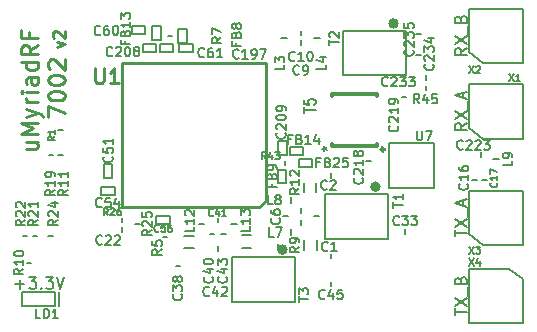
<source format=gto>
G04 (created by PCBNEW (2013-07-07 BZR 4022)-stable) date 19/11/2015 00:50:25*
%MOIN*%
G04 Gerber Fmt 3.4, Leading zero omitted, Abs format*
%FSLAX34Y34*%
G01*
G70*
G90*
G04 APERTURE LIST*
%ADD10C,0.00590551*%
%ADD11C,0.00787402*%
%ADD12C,0.00984252*%
%ADD13C,0.0077*%
%ADD14C,0.0079*%
%ADD15C,0.01*%
%ADD16C,0.011811*%
%ADD17C,0.0117*%
%ADD18C,0.019685*%
%ADD19C,0.0078*%
G04 APERTURE END LIST*
G54D10*
G54D11*
X63425Y-57253D02*
X63725Y-57253D01*
X63575Y-57403D02*
X63575Y-57103D01*
X63875Y-57009D02*
X64118Y-57009D01*
X63987Y-57159D01*
X64043Y-57159D01*
X64081Y-57178D01*
X64100Y-57197D01*
X64118Y-57234D01*
X64118Y-57328D01*
X64100Y-57365D01*
X64081Y-57384D01*
X64043Y-57403D01*
X63931Y-57403D01*
X63893Y-57384D01*
X63875Y-57365D01*
X64287Y-57365D02*
X64306Y-57384D01*
X64287Y-57403D01*
X64268Y-57384D01*
X64287Y-57365D01*
X64287Y-57403D01*
X64437Y-57009D02*
X64681Y-57009D01*
X64550Y-57159D01*
X64606Y-57159D01*
X64643Y-57178D01*
X64662Y-57197D01*
X64681Y-57234D01*
X64681Y-57328D01*
X64662Y-57365D01*
X64643Y-57384D01*
X64606Y-57403D01*
X64493Y-57403D01*
X64456Y-57384D01*
X64437Y-57365D01*
X64793Y-57009D02*
X64925Y-57403D01*
X65056Y-57009D01*
G54D12*
X64514Y-51679D02*
X64514Y-51312D01*
X65065Y-51548D01*
X64514Y-50997D02*
X64514Y-50944D01*
X64540Y-50892D01*
X64566Y-50866D01*
X64619Y-50839D01*
X64724Y-50813D01*
X64855Y-50813D01*
X64960Y-50839D01*
X65013Y-50866D01*
X65039Y-50892D01*
X65065Y-50944D01*
X65065Y-50997D01*
X65039Y-51049D01*
X65013Y-51076D01*
X64960Y-51102D01*
X64855Y-51128D01*
X64724Y-51128D01*
X64619Y-51102D01*
X64566Y-51076D01*
X64540Y-51049D01*
X64514Y-50997D01*
X64514Y-50472D02*
X64514Y-50419D01*
X64540Y-50367D01*
X64566Y-50341D01*
X64619Y-50314D01*
X64724Y-50288D01*
X64855Y-50288D01*
X64960Y-50314D01*
X65013Y-50341D01*
X65039Y-50367D01*
X65065Y-50419D01*
X65065Y-50472D01*
X65039Y-50524D01*
X65013Y-50551D01*
X64960Y-50577D01*
X64855Y-50603D01*
X64724Y-50603D01*
X64619Y-50577D01*
X64566Y-50551D01*
X64540Y-50524D01*
X64514Y-50472D01*
X64566Y-50078D02*
X64540Y-50052D01*
X64514Y-50000D01*
X64514Y-49868D01*
X64540Y-49816D01*
X64566Y-49790D01*
X64619Y-49763D01*
X64671Y-49763D01*
X64750Y-49790D01*
X65065Y-50104D01*
X65065Y-49763D01*
G54D11*
X78072Y-58284D02*
X78072Y-58059D01*
X78466Y-58172D02*
X78072Y-58172D01*
X78072Y-57965D02*
X78466Y-57703D01*
X78072Y-57703D02*
X78466Y-57965D01*
X78503Y-57647D02*
X78503Y-57347D01*
X78260Y-57122D02*
X78278Y-57065D01*
X78297Y-57047D01*
X78335Y-57028D01*
X78391Y-57028D01*
X78428Y-57047D01*
X78447Y-57065D01*
X78466Y-57103D01*
X78466Y-57253D01*
X78072Y-57253D01*
X78072Y-57122D01*
X78091Y-57084D01*
X78110Y-57065D01*
X78147Y-57047D01*
X78185Y-57047D01*
X78222Y-57065D01*
X78241Y-57084D01*
X78260Y-57122D01*
X78260Y-57253D01*
X78072Y-55658D02*
X78072Y-55433D01*
X78466Y-55545D02*
X78072Y-55545D01*
X78072Y-55339D02*
X78466Y-55076D01*
X78072Y-55076D02*
X78466Y-55339D01*
X78503Y-55020D02*
X78503Y-54720D01*
X78353Y-54645D02*
X78353Y-54458D01*
X78466Y-54683D02*
X78072Y-54551D01*
X78466Y-54420D01*
X78466Y-51880D02*
X78278Y-52011D01*
X78466Y-52105D02*
X78072Y-52105D01*
X78072Y-51955D01*
X78091Y-51917D01*
X78110Y-51899D01*
X78147Y-51880D01*
X78203Y-51880D01*
X78241Y-51899D01*
X78260Y-51917D01*
X78278Y-51955D01*
X78278Y-52105D01*
X78072Y-51749D02*
X78466Y-51486D01*
X78072Y-51486D02*
X78466Y-51749D01*
X78503Y-51430D02*
X78503Y-51130D01*
X78353Y-51055D02*
X78353Y-50868D01*
X78466Y-51092D02*
X78072Y-50961D01*
X78466Y-50830D01*
X78466Y-49388D02*
X78278Y-49520D01*
X78466Y-49613D02*
X78072Y-49613D01*
X78072Y-49463D01*
X78091Y-49426D01*
X78110Y-49407D01*
X78147Y-49388D01*
X78203Y-49388D01*
X78241Y-49407D01*
X78260Y-49426D01*
X78278Y-49463D01*
X78278Y-49613D01*
X78072Y-49257D02*
X78466Y-48995D01*
X78072Y-48995D02*
X78466Y-49257D01*
X78503Y-48938D02*
X78503Y-48638D01*
X78260Y-48413D02*
X78278Y-48357D01*
X78297Y-48338D01*
X78335Y-48320D01*
X78391Y-48320D01*
X78428Y-48338D01*
X78447Y-48357D01*
X78466Y-48395D01*
X78466Y-48545D01*
X78072Y-48545D01*
X78072Y-48413D01*
X78091Y-48376D01*
X78110Y-48357D01*
X78147Y-48338D01*
X78185Y-48338D01*
X78222Y-48357D01*
X78241Y-48376D01*
X78260Y-48413D01*
X78260Y-48545D01*
G54D12*
X64798Y-49356D02*
X65060Y-49262D01*
X64798Y-49168D01*
X64704Y-49037D02*
X64685Y-49018D01*
X64667Y-48981D01*
X64667Y-48887D01*
X64685Y-48849D01*
X64704Y-48831D01*
X64742Y-48812D01*
X64779Y-48812D01*
X64835Y-48831D01*
X65060Y-49056D01*
X65060Y-48812D01*
X63792Y-52506D02*
X64160Y-52506D01*
X63792Y-52742D02*
X64081Y-52742D01*
X64133Y-52716D01*
X64160Y-52664D01*
X64160Y-52585D01*
X64133Y-52532D01*
X64107Y-52506D01*
X64160Y-52244D02*
X63608Y-52244D01*
X64002Y-52060D01*
X63608Y-51876D01*
X64160Y-51876D01*
X63792Y-51666D02*
X64160Y-51535D01*
X63792Y-51404D02*
X64160Y-51535D01*
X64291Y-51587D01*
X64317Y-51614D01*
X64343Y-51666D01*
X64160Y-51194D02*
X63792Y-51194D01*
X63897Y-51194D02*
X63845Y-51167D01*
X63818Y-51141D01*
X63792Y-51089D01*
X63792Y-51036D01*
X64160Y-50853D02*
X63792Y-50853D01*
X63608Y-50853D02*
X63635Y-50879D01*
X63661Y-50853D01*
X63635Y-50826D01*
X63608Y-50853D01*
X63661Y-50853D01*
X64160Y-50354D02*
X63871Y-50354D01*
X63818Y-50380D01*
X63792Y-50433D01*
X63792Y-50538D01*
X63818Y-50590D01*
X64133Y-50354D02*
X64160Y-50406D01*
X64160Y-50538D01*
X64133Y-50590D01*
X64081Y-50616D01*
X64028Y-50616D01*
X63976Y-50590D01*
X63950Y-50538D01*
X63950Y-50406D01*
X63923Y-50354D01*
X64160Y-49855D02*
X63608Y-49855D01*
X64133Y-49855D02*
X64160Y-49908D01*
X64160Y-50013D01*
X64133Y-50065D01*
X64107Y-50091D01*
X64055Y-50118D01*
X63897Y-50118D01*
X63845Y-50091D01*
X63818Y-50065D01*
X63792Y-50013D01*
X63792Y-49908D01*
X63818Y-49855D01*
X64160Y-49278D02*
X63897Y-49461D01*
X64160Y-49593D02*
X63608Y-49593D01*
X63608Y-49383D01*
X63635Y-49330D01*
X63661Y-49304D01*
X63713Y-49278D01*
X63792Y-49278D01*
X63845Y-49304D01*
X63871Y-49330D01*
X63897Y-49383D01*
X63897Y-49593D01*
X63871Y-48858D02*
X63871Y-49041D01*
X64160Y-49041D02*
X63608Y-49041D01*
X63608Y-48779D01*
G54D11*
X80354Y-52401D02*
X79015Y-52401D01*
X79015Y-52401D02*
X78543Y-52047D01*
X80354Y-50944D02*
X80354Y-50590D01*
X80354Y-50590D02*
X80118Y-50590D01*
X78543Y-50590D02*
X78543Y-52047D01*
X80354Y-52401D02*
X80354Y-50944D01*
X80118Y-50590D02*
X78543Y-50590D01*
X80354Y-49881D02*
X79015Y-49881D01*
X79015Y-49881D02*
X78543Y-49527D01*
X80354Y-48425D02*
X80354Y-48070D01*
X80354Y-48070D02*
X80118Y-48070D01*
X78543Y-48070D02*
X78543Y-49527D01*
X80354Y-49881D02*
X80354Y-48425D01*
X80118Y-48070D02*
X78543Y-48070D01*
X78543Y-56732D02*
X79881Y-56732D01*
X79881Y-56732D02*
X80354Y-57086D01*
X78543Y-58188D02*
X78543Y-58543D01*
X78543Y-58543D02*
X78779Y-58543D01*
X80354Y-58543D02*
X80354Y-57086D01*
X78543Y-56732D02*
X78543Y-58188D01*
X78779Y-58543D02*
X80354Y-58543D01*
X80354Y-55944D02*
X79015Y-55944D01*
X79015Y-55944D02*
X78543Y-55590D01*
X80354Y-54488D02*
X80354Y-54133D01*
X80354Y-54133D02*
X80118Y-54133D01*
X78543Y-54133D02*
X78543Y-55590D01*
X80354Y-55944D02*
X80354Y-54488D01*
X80118Y-54133D02*
X78543Y-54133D01*
G54D13*
X66988Y-55196D02*
X66988Y-55040D01*
G54D14*
X69369Y-55639D02*
X69055Y-55639D01*
X69369Y-56063D02*
X69055Y-56063D01*
X70965Y-56053D02*
X71279Y-56053D01*
X70965Y-55629D02*
X71279Y-55629D01*
G54D15*
X71783Y-54484D02*
X71783Y-49877D01*
X71783Y-49877D02*
X66980Y-49877D01*
X66980Y-49877D02*
X66980Y-54681D01*
X66980Y-54681D02*
X71547Y-54681D01*
X71547Y-54681D02*
X71783Y-54484D01*
G54D10*
X66377Y-53710D02*
X66653Y-53710D01*
X66653Y-53710D02*
X66653Y-53257D01*
X66653Y-53257D02*
X66377Y-53257D01*
X66377Y-53257D02*
X66377Y-53710D01*
X66289Y-54015D02*
X66289Y-54291D01*
X66289Y-54291D02*
X66742Y-54291D01*
X66742Y-54291D02*
X66742Y-54015D01*
X66742Y-54015D02*
X66289Y-54015D01*
X68238Y-49251D02*
X68238Y-49527D01*
X68238Y-49527D02*
X68690Y-49527D01*
X68690Y-49527D02*
X68690Y-49251D01*
X68690Y-49251D02*
X68238Y-49251D01*
X68572Y-55255D02*
X68572Y-54980D01*
X68572Y-54980D02*
X68120Y-54980D01*
X68120Y-54980D02*
X68120Y-55255D01*
X68120Y-55255D02*
X68572Y-55255D01*
X67293Y-48641D02*
X67293Y-48917D01*
X67293Y-48917D02*
X67746Y-48917D01*
X67746Y-48917D02*
X67746Y-48641D01*
X67746Y-48641D02*
X67293Y-48641D01*
X72165Y-53887D02*
X72440Y-53887D01*
X72440Y-53887D02*
X72440Y-53435D01*
X72440Y-53435D02*
X72165Y-53435D01*
X72165Y-53435D02*
X72165Y-53887D01*
X67992Y-49104D02*
X68267Y-49104D01*
X68267Y-49104D02*
X68267Y-48651D01*
X68267Y-48651D02*
X67992Y-48651D01*
X67992Y-48651D02*
X67992Y-49104D01*
X73021Y-52952D02*
X73021Y-52677D01*
X73021Y-52677D02*
X72568Y-52677D01*
X72568Y-52677D02*
X72568Y-52952D01*
X72568Y-52952D02*
X73021Y-52952D01*
X72460Y-52490D02*
X72185Y-52490D01*
X72185Y-52490D02*
X72185Y-52942D01*
X72185Y-52942D02*
X72460Y-52942D01*
X72460Y-52942D02*
X72460Y-52490D01*
X68120Y-49527D02*
X68120Y-49251D01*
X68120Y-49251D02*
X67667Y-49251D01*
X67667Y-49251D02*
X67667Y-49527D01*
X67667Y-49527D02*
X68120Y-49527D01*
X68858Y-49202D02*
X69133Y-49202D01*
X69133Y-49202D02*
X69133Y-48750D01*
X69133Y-48750D02*
X68858Y-48750D01*
X68858Y-48750D02*
X68858Y-49202D01*
X68887Y-49251D02*
X68887Y-49527D01*
X68887Y-49527D02*
X69340Y-49527D01*
X69340Y-49527D02*
X69340Y-49251D01*
X69340Y-49251D02*
X68887Y-49251D01*
X73316Y-53346D02*
X73316Y-53070D01*
X73316Y-53070D02*
X72864Y-53070D01*
X72864Y-53070D02*
X72864Y-53346D01*
X72864Y-53346D02*
X73316Y-53346D01*
G54D14*
X73455Y-54192D02*
X73455Y-53878D01*
X73031Y-54192D02*
X73031Y-53878D01*
X73041Y-55787D02*
X73041Y-56101D01*
X73465Y-55787D02*
X73465Y-56101D01*
G54D13*
X76792Y-48897D02*
X76948Y-48897D01*
X76948Y-49625D02*
X76792Y-49625D01*
X78937Y-52855D02*
X78937Y-53011D01*
X75274Y-53149D02*
X75118Y-53149D01*
X76455Y-51023D02*
X76299Y-51023D01*
X72942Y-54715D02*
X72942Y-54871D01*
X76417Y-55414D02*
X76417Y-55570D01*
G54D10*
X68523Y-48976D02*
X68641Y-48976D01*
G54D13*
X64843Y-52933D02*
X64999Y-52933D01*
G54D10*
X68464Y-55688D02*
X68346Y-55688D01*
G54D13*
X67578Y-55255D02*
X67422Y-55255D01*
X73937Y-53563D02*
X73937Y-53719D01*
X72353Y-54990D02*
X72509Y-54990D01*
X73376Y-54990D02*
X73532Y-54990D01*
X73937Y-56240D02*
X73937Y-56396D01*
X72942Y-55109D02*
X72942Y-55265D01*
X66988Y-55511D02*
X66988Y-55355D01*
X70432Y-55590D02*
X70276Y-55590D01*
X70058Y-55590D02*
X69902Y-55590D01*
X70167Y-55984D02*
X70167Y-56140D01*
X70167Y-55040D02*
X70167Y-55196D01*
X73937Y-57166D02*
X73937Y-57322D01*
X72185Y-55906D02*
X72185Y-56062D01*
X68916Y-56633D02*
X68760Y-56633D01*
G54D10*
X72421Y-53149D02*
X72421Y-53267D01*
G54D13*
X70610Y-55236D02*
X70806Y-55236D01*
X72608Y-55619D02*
X72608Y-55423D01*
X72608Y-54556D02*
X72608Y-54360D01*
X69527Y-55236D02*
X69723Y-55236D01*
X77106Y-50276D02*
X77106Y-50432D01*
G54D16*
X75724Y-52755D02*
G75*
G03X75724Y-52755I-55J0D01*
G74*
G01*
G54D11*
X75866Y-52559D02*
X75866Y-54055D01*
X75866Y-54055D02*
X77362Y-54055D01*
X77362Y-54055D02*
X77362Y-52559D01*
X77362Y-52559D02*
X75866Y-52559D01*
G54D13*
X77106Y-50630D02*
X77106Y-50786D01*
G54D17*
X75460Y-52648D02*
X75460Y-52586D01*
X73960Y-52586D02*
X73960Y-52648D01*
X73960Y-50914D02*
X73960Y-50992D01*
X73960Y-50914D02*
X75460Y-50914D01*
X75460Y-50914D02*
X75460Y-50992D01*
X73960Y-52648D02*
X75460Y-52648D01*
G54D13*
X64999Y-52106D02*
X64843Y-52106D01*
X64528Y-52933D02*
X64684Y-52933D01*
X64508Y-55649D02*
X64664Y-55649D01*
X63996Y-55649D02*
X64152Y-55649D01*
X63662Y-55649D02*
X63818Y-55649D01*
X63955Y-56535D02*
X63799Y-56535D01*
G54D11*
X64862Y-57519D02*
X64862Y-57992D01*
X63641Y-57519D02*
X63641Y-57992D01*
X63641Y-57992D02*
X64744Y-57992D01*
X64744Y-57992D02*
X64744Y-57519D01*
X64744Y-57519D02*
X63641Y-57519D01*
G54D18*
X75501Y-54005D02*
G75*
G03X75501Y-54005I-78J0D01*
G74*
G01*
G54D11*
X75856Y-55738D02*
X73730Y-55738D01*
X75856Y-54242D02*
X73730Y-54242D01*
X75856Y-54242D02*
X75856Y-55738D01*
X73730Y-55738D02*
X73730Y-54242D01*
G54D18*
X72401Y-56102D02*
G75*
G03X72401Y-56102I-78J0D01*
G74*
G01*
G54D11*
X72755Y-57834D02*
X70629Y-57834D01*
X72755Y-56338D02*
X70629Y-56338D01*
X72755Y-56338D02*
X72755Y-57834D01*
X70629Y-57834D02*
X70629Y-56338D01*
G54D18*
X76102Y-48562D02*
G75*
G03X76102Y-48562I-78J0D01*
G74*
G01*
G54D11*
X76456Y-50295D02*
X74330Y-50295D01*
X76456Y-48799D02*
X74330Y-48799D01*
X76456Y-48799D02*
X76456Y-50295D01*
X74330Y-50295D02*
X74330Y-48799D01*
G54D13*
X72933Y-49114D02*
X72933Y-49270D01*
X72933Y-48799D02*
X72933Y-48955D01*
X72283Y-49035D02*
X72479Y-49035D01*
X73386Y-49035D02*
X73582Y-49035D01*
X79133Y-53779D02*
X78977Y-53779D01*
X78798Y-53779D02*
X78642Y-53779D01*
X79350Y-53090D02*
X79546Y-53090D01*
G54D10*
X79887Y-50253D02*
X80044Y-50489D01*
X80044Y-50253D02*
X79887Y-50489D01*
X80258Y-50489D02*
X80123Y-50489D01*
X80191Y-50489D02*
X80191Y-50253D01*
X80168Y-50286D01*
X80146Y-50309D01*
X80123Y-50320D01*
X78548Y-49977D02*
X78706Y-50213D01*
X78706Y-49977D02*
X78548Y-50213D01*
X78785Y-50000D02*
X78796Y-49988D01*
X78818Y-49977D01*
X78875Y-49977D01*
X78897Y-49988D01*
X78908Y-50000D01*
X78920Y-50022D01*
X78920Y-50044D01*
X78908Y-50078D01*
X78773Y-50213D01*
X78920Y-50213D01*
X78548Y-56394D02*
X78706Y-56631D01*
X78706Y-56394D02*
X78548Y-56631D01*
X78897Y-56473D02*
X78897Y-56631D01*
X78841Y-56383D02*
X78785Y-56552D01*
X78931Y-56552D01*
X78548Y-56001D02*
X78706Y-56237D01*
X78706Y-56001D02*
X78548Y-56237D01*
X78773Y-56001D02*
X78920Y-56001D01*
X78841Y-56091D01*
X78875Y-56091D01*
X78897Y-56102D01*
X78908Y-56113D01*
X78920Y-56136D01*
X78920Y-56192D01*
X78908Y-56214D01*
X78897Y-56226D01*
X78875Y-56237D01*
X78807Y-56237D01*
X78785Y-56226D01*
X78773Y-56214D01*
X66501Y-54957D02*
X66422Y-54845D01*
X66366Y-54957D02*
X66366Y-54721D01*
X66456Y-54721D01*
X66479Y-54732D01*
X66490Y-54744D01*
X66501Y-54766D01*
X66501Y-54800D01*
X66490Y-54822D01*
X66479Y-54834D01*
X66456Y-54845D01*
X66366Y-54845D01*
X66591Y-54744D02*
X66602Y-54732D01*
X66625Y-54721D01*
X66681Y-54721D01*
X66704Y-54732D01*
X66715Y-54744D01*
X66726Y-54766D01*
X66726Y-54789D01*
X66715Y-54822D01*
X66580Y-54957D01*
X66726Y-54957D01*
X66929Y-54721D02*
X66884Y-54721D01*
X66861Y-54732D01*
X66850Y-54744D01*
X66827Y-54777D01*
X66816Y-54822D01*
X66816Y-54912D01*
X66827Y-54935D01*
X66839Y-54946D01*
X66861Y-54957D01*
X66906Y-54957D01*
X66929Y-54946D01*
X66940Y-54935D01*
X66951Y-54912D01*
X66951Y-54856D01*
X66940Y-54834D01*
X66929Y-54822D01*
X66906Y-54811D01*
X66861Y-54811D01*
X66839Y-54822D01*
X66827Y-54834D01*
X66816Y-54856D01*
G54D15*
X66075Y-50056D02*
X66075Y-50461D01*
X66099Y-50509D01*
X66123Y-50532D01*
X66170Y-50556D01*
X66266Y-50556D01*
X66313Y-50532D01*
X66337Y-50509D01*
X66361Y-50461D01*
X66361Y-50056D01*
X66861Y-50556D02*
X66575Y-50556D01*
X66718Y-50556D02*
X66718Y-50056D01*
X66670Y-50128D01*
X66623Y-50175D01*
X66575Y-50199D01*
G54D11*
X66632Y-52997D02*
X66647Y-53012D01*
X66662Y-53057D01*
X66662Y-53087D01*
X66647Y-53132D01*
X66617Y-53162D01*
X66587Y-53177D01*
X66527Y-53192D01*
X66482Y-53192D01*
X66422Y-53177D01*
X66392Y-53162D01*
X66362Y-53132D01*
X66347Y-53087D01*
X66347Y-53057D01*
X66362Y-53012D01*
X66377Y-52997D01*
X66347Y-52712D02*
X66347Y-52862D01*
X66497Y-52877D01*
X66482Y-52862D01*
X66467Y-52832D01*
X66467Y-52757D01*
X66482Y-52727D01*
X66497Y-52712D01*
X66527Y-52697D01*
X66602Y-52697D01*
X66632Y-52712D01*
X66647Y-52727D01*
X66662Y-52757D01*
X66662Y-52832D01*
X66647Y-52862D01*
X66632Y-52877D01*
X66662Y-52397D02*
X66662Y-52577D01*
X66662Y-52487D02*
X66347Y-52487D01*
X66392Y-52517D01*
X66422Y-52547D01*
X66437Y-52577D01*
X66293Y-54664D02*
X66278Y-54679D01*
X66233Y-54694D01*
X66203Y-54694D01*
X66158Y-54679D01*
X66128Y-54649D01*
X66113Y-54619D01*
X66098Y-54559D01*
X66098Y-54514D01*
X66113Y-54454D01*
X66128Y-54424D01*
X66158Y-54394D01*
X66203Y-54379D01*
X66233Y-54379D01*
X66278Y-54394D01*
X66293Y-54409D01*
X66578Y-54379D02*
X66428Y-54379D01*
X66413Y-54529D01*
X66428Y-54514D01*
X66458Y-54499D01*
X66533Y-54499D01*
X66563Y-54514D01*
X66578Y-54529D01*
X66593Y-54559D01*
X66593Y-54634D01*
X66578Y-54664D01*
X66563Y-54679D01*
X66533Y-54694D01*
X66458Y-54694D01*
X66428Y-54679D01*
X66413Y-54664D01*
X66863Y-54484D02*
X66863Y-54694D01*
X66788Y-54364D02*
X66713Y-54589D01*
X66908Y-54589D01*
X69718Y-49664D02*
X69703Y-49679D01*
X69658Y-49694D01*
X69628Y-49694D01*
X69583Y-49679D01*
X69553Y-49649D01*
X69538Y-49619D01*
X69523Y-49559D01*
X69523Y-49514D01*
X69538Y-49454D01*
X69553Y-49424D01*
X69583Y-49394D01*
X69628Y-49379D01*
X69658Y-49379D01*
X69703Y-49394D01*
X69718Y-49409D01*
X69988Y-49379D02*
X69928Y-49379D01*
X69898Y-49394D01*
X69883Y-49409D01*
X69853Y-49454D01*
X69838Y-49514D01*
X69838Y-49634D01*
X69853Y-49664D01*
X69868Y-49679D01*
X69898Y-49694D01*
X69958Y-49694D01*
X69988Y-49679D01*
X70003Y-49664D01*
X70018Y-49634D01*
X70018Y-49559D01*
X70003Y-49529D01*
X69988Y-49514D01*
X69958Y-49499D01*
X69898Y-49499D01*
X69868Y-49514D01*
X69853Y-49529D01*
X69838Y-49559D01*
X70318Y-49694D02*
X70138Y-49694D01*
X70228Y-49694D02*
X70228Y-49379D01*
X70198Y-49424D01*
X70168Y-49454D01*
X70138Y-49469D01*
G54D10*
X68194Y-55486D02*
X68183Y-55497D01*
X68149Y-55508D01*
X68127Y-55508D01*
X68093Y-55497D01*
X68070Y-55475D01*
X68059Y-55452D01*
X68048Y-55407D01*
X68048Y-55374D01*
X68059Y-55329D01*
X68070Y-55306D01*
X68093Y-55284D01*
X68127Y-55272D01*
X68149Y-55272D01*
X68183Y-55284D01*
X68194Y-55295D01*
X68408Y-55272D02*
X68295Y-55272D01*
X68284Y-55385D01*
X68295Y-55374D01*
X68318Y-55362D01*
X68374Y-55362D01*
X68397Y-55374D01*
X68408Y-55385D01*
X68419Y-55407D01*
X68419Y-55464D01*
X68408Y-55486D01*
X68397Y-55497D01*
X68374Y-55508D01*
X68318Y-55508D01*
X68295Y-55497D01*
X68284Y-55486D01*
X68622Y-55272D02*
X68577Y-55272D01*
X68554Y-55284D01*
X68543Y-55295D01*
X68520Y-55329D01*
X68509Y-55374D01*
X68509Y-55464D01*
X68520Y-55486D01*
X68532Y-55497D01*
X68554Y-55508D01*
X68599Y-55508D01*
X68622Y-55497D01*
X68633Y-55486D01*
X68644Y-55464D01*
X68644Y-55407D01*
X68633Y-55385D01*
X68622Y-55374D01*
X68599Y-55362D01*
X68554Y-55362D01*
X68532Y-55374D01*
X68520Y-55385D01*
X68509Y-55407D01*
G54D11*
X66254Y-48916D02*
X66239Y-48931D01*
X66194Y-48946D01*
X66164Y-48946D01*
X66119Y-48931D01*
X66089Y-48901D01*
X66074Y-48871D01*
X66059Y-48811D01*
X66059Y-48766D01*
X66074Y-48706D01*
X66089Y-48676D01*
X66119Y-48646D01*
X66164Y-48631D01*
X66194Y-48631D01*
X66239Y-48646D01*
X66254Y-48661D01*
X66524Y-48631D02*
X66464Y-48631D01*
X66434Y-48646D01*
X66419Y-48661D01*
X66389Y-48706D01*
X66374Y-48766D01*
X66374Y-48886D01*
X66389Y-48916D01*
X66404Y-48931D01*
X66434Y-48946D01*
X66494Y-48946D01*
X66524Y-48931D01*
X66539Y-48916D01*
X66554Y-48886D01*
X66554Y-48811D01*
X66539Y-48781D01*
X66524Y-48766D01*
X66494Y-48751D01*
X66434Y-48751D01*
X66404Y-48766D01*
X66389Y-48781D01*
X66374Y-48811D01*
X66749Y-48631D02*
X66779Y-48631D01*
X66809Y-48646D01*
X66824Y-48661D01*
X66839Y-48691D01*
X66854Y-48751D01*
X66854Y-48826D01*
X66839Y-48886D01*
X66824Y-48916D01*
X66809Y-48931D01*
X66779Y-48946D01*
X66749Y-48946D01*
X66719Y-48931D01*
X66704Y-48916D01*
X66689Y-48886D01*
X66674Y-48826D01*
X66674Y-48751D01*
X66689Y-48691D01*
X66704Y-48661D01*
X66719Y-48646D01*
X66749Y-48631D01*
X71970Y-53923D02*
X71970Y-54028D01*
X72135Y-54028D02*
X71820Y-54028D01*
X71820Y-53878D01*
X71970Y-53653D02*
X71985Y-53608D01*
X72000Y-53593D01*
X72030Y-53578D01*
X72075Y-53578D01*
X72105Y-53593D01*
X72120Y-53608D01*
X72135Y-53638D01*
X72135Y-53758D01*
X71820Y-53758D01*
X71820Y-53653D01*
X71835Y-53623D01*
X71850Y-53608D01*
X71880Y-53593D01*
X71910Y-53593D01*
X71940Y-53608D01*
X71955Y-53623D01*
X71970Y-53653D01*
X71970Y-53758D01*
X72135Y-53428D02*
X72135Y-53368D01*
X72120Y-53338D01*
X72105Y-53323D01*
X72060Y-53293D01*
X72000Y-53278D01*
X71880Y-53278D01*
X71850Y-53293D01*
X71835Y-53308D01*
X71820Y-53338D01*
X71820Y-53398D01*
X71835Y-53428D01*
X71850Y-53443D01*
X71880Y-53458D01*
X71955Y-53458D01*
X71985Y-53443D01*
X72000Y-53428D01*
X72015Y-53398D01*
X72015Y-53338D01*
X72000Y-53308D01*
X71985Y-53293D01*
X71955Y-53278D01*
X67088Y-49152D02*
X67088Y-49257D01*
X67253Y-49257D02*
X66938Y-49257D01*
X66938Y-49107D01*
X67088Y-48882D02*
X67103Y-48837D01*
X67118Y-48822D01*
X67148Y-48807D01*
X67193Y-48807D01*
X67223Y-48822D01*
X67238Y-48837D01*
X67253Y-48867D01*
X67253Y-48987D01*
X66938Y-48987D01*
X66938Y-48882D01*
X66953Y-48852D01*
X66968Y-48837D01*
X66998Y-48822D01*
X67028Y-48822D01*
X67058Y-48837D01*
X67073Y-48852D01*
X67088Y-48882D01*
X67088Y-48987D01*
X67253Y-48507D02*
X67253Y-48687D01*
X67253Y-48597D02*
X66938Y-48597D01*
X66983Y-48627D01*
X67013Y-48657D01*
X67028Y-48687D01*
X66938Y-48402D02*
X66938Y-48207D01*
X67058Y-48312D01*
X67058Y-48267D01*
X67073Y-48237D01*
X67088Y-48222D01*
X67118Y-48207D01*
X67193Y-48207D01*
X67223Y-48222D01*
X67238Y-48237D01*
X67253Y-48267D01*
X67253Y-48357D01*
X67238Y-48387D01*
X67223Y-48402D01*
X72619Y-52423D02*
X72514Y-52423D01*
X72514Y-52588D02*
X72514Y-52273D01*
X72664Y-52273D01*
X72889Y-52423D02*
X72934Y-52438D01*
X72949Y-52453D01*
X72964Y-52483D01*
X72964Y-52528D01*
X72949Y-52558D01*
X72934Y-52573D01*
X72904Y-52588D01*
X72784Y-52588D01*
X72784Y-52273D01*
X72889Y-52273D01*
X72919Y-52288D01*
X72934Y-52303D01*
X72949Y-52333D01*
X72949Y-52363D01*
X72934Y-52393D01*
X72919Y-52408D01*
X72889Y-52423D01*
X72784Y-52423D01*
X73263Y-52588D02*
X73083Y-52588D01*
X73173Y-52588D02*
X73173Y-52273D01*
X73143Y-52318D01*
X73113Y-52348D01*
X73083Y-52363D01*
X73533Y-52378D02*
X73533Y-52588D01*
X73458Y-52258D02*
X73383Y-52483D01*
X73578Y-52483D01*
X72400Y-52202D02*
X72415Y-52217D01*
X72430Y-52262D01*
X72430Y-52292D01*
X72415Y-52337D01*
X72385Y-52367D01*
X72355Y-52382D01*
X72295Y-52397D01*
X72250Y-52397D01*
X72190Y-52382D01*
X72160Y-52367D01*
X72130Y-52337D01*
X72115Y-52292D01*
X72115Y-52262D01*
X72130Y-52217D01*
X72145Y-52202D01*
X72145Y-52082D02*
X72130Y-52067D01*
X72115Y-52037D01*
X72115Y-51962D01*
X72130Y-51932D01*
X72145Y-51917D01*
X72175Y-51902D01*
X72205Y-51902D01*
X72250Y-51917D01*
X72430Y-52097D01*
X72430Y-51902D01*
X72115Y-51707D02*
X72115Y-51677D01*
X72130Y-51647D01*
X72145Y-51632D01*
X72175Y-51617D01*
X72235Y-51602D01*
X72310Y-51602D01*
X72370Y-51617D01*
X72400Y-51632D01*
X72415Y-51647D01*
X72430Y-51677D01*
X72430Y-51707D01*
X72415Y-51737D01*
X72400Y-51752D01*
X72370Y-51767D01*
X72310Y-51782D01*
X72235Y-51782D01*
X72175Y-51767D01*
X72145Y-51752D01*
X72130Y-51737D01*
X72115Y-51707D01*
X72430Y-51452D02*
X72430Y-51392D01*
X72415Y-51362D01*
X72400Y-51347D01*
X72355Y-51317D01*
X72295Y-51302D01*
X72175Y-51302D01*
X72145Y-51317D01*
X72130Y-51332D01*
X72115Y-51362D01*
X72115Y-51422D01*
X72130Y-51452D01*
X72145Y-51467D01*
X72175Y-51482D01*
X72250Y-51482D01*
X72280Y-51467D01*
X72295Y-51452D01*
X72310Y-51422D01*
X72310Y-51362D01*
X72295Y-51332D01*
X72280Y-51317D01*
X72250Y-51302D01*
X66655Y-49625D02*
X66640Y-49640D01*
X66595Y-49655D01*
X66565Y-49655D01*
X66520Y-49640D01*
X66490Y-49610D01*
X66475Y-49580D01*
X66460Y-49520D01*
X66460Y-49475D01*
X66475Y-49415D01*
X66490Y-49385D01*
X66520Y-49355D01*
X66565Y-49340D01*
X66595Y-49340D01*
X66640Y-49355D01*
X66655Y-49370D01*
X66775Y-49370D02*
X66790Y-49355D01*
X66820Y-49340D01*
X66895Y-49340D01*
X66925Y-49355D01*
X66940Y-49370D01*
X66955Y-49400D01*
X66955Y-49430D01*
X66940Y-49475D01*
X66760Y-49655D01*
X66955Y-49655D01*
X67150Y-49340D02*
X67180Y-49340D01*
X67210Y-49355D01*
X67225Y-49370D01*
X67240Y-49400D01*
X67255Y-49460D01*
X67255Y-49535D01*
X67240Y-49595D01*
X67225Y-49625D01*
X67210Y-49640D01*
X67180Y-49655D01*
X67150Y-49655D01*
X67120Y-49640D01*
X67105Y-49625D01*
X67090Y-49595D01*
X67075Y-49535D01*
X67075Y-49460D01*
X67090Y-49400D01*
X67105Y-49370D01*
X67120Y-49355D01*
X67150Y-49340D01*
X67435Y-49475D02*
X67405Y-49460D01*
X67390Y-49445D01*
X67375Y-49415D01*
X67375Y-49400D01*
X67390Y-49370D01*
X67405Y-49355D01*
X67435Y-49340D01*
X67495Y-49340D01*
X67525Y-49355D01*
X67540Y-49370D01*
X67555Y-49400D01*
X67555Y-49415D01*
X67540Y-49445D01*
X67525Y-49460D01*
X67495Y-49475D01*
X67435Y-49475D01*
X67405Y-49490D01*
X67390Y-49505D01*
X67375Y-49535D01*
X67375Y-49595D01*
X67390Y-49625D01*
X67405Y-49640D01*
X67435Y-49655D01*
X67495Y-49655D01*
X67525Y-49640D01*
X67540Y-49625D01*
X67555Y-49595D01*
X67555Y-49535D01*
X67540Y-49505D01*
X67525Y-49490D01*
X67495Y-49475D01*
X70789Y-49199D02*
X70789Y-49304D01*
X70954Y-49304D02*
X70639Y-49304D01*
X70639Y-49154D01*
X70789Y-48929D02*
X70804Y-48884D01*
X70819Y-48869D01*
X70849Y-48854D01*
X70894Y-48854D01*
X70924Y-48869D01*
X70939Y-48884D01*
X70954Y-48914D01*
X70954Y-49034D01*
X70639Y-49034D01*
X70639Y-48929D01*
X70654Y-48899D01*
X70669Y-48884D01*
X70699Y-48869D01*
X70729Y-48869D01*
X70759Y-48884D01*
X70774Y-48899D01*
X70789Y-48929D01*
X70789Y-49034D01*
X70774Y-48674D02*
X70759Y-48704D01*
X70744Y-48719D01*
X70714Y-48734D01*
X70699Y-48734D01*
X70669Y-48719D01*
X70654Y-48704D01*
X70639Y-48674D01*
X70639Y-48614D01*
X70654Y-48584D01*
X70669Y-48569D01*
X70699Y-48554D01*
X70714Y-48554D01*
X70744Y-48569D01*
X70759Y-48584D01*
X70774Y-48614D01*
X70774Y-48674D01*
X70789Y-48704D01*
X70804Y-48719D01*
X70834Y-48734D01*
X70894Y-48734D01*
X70924Y-48719D01*
X70939Y-48704D01*
X70954Y-48674D01*
X70954Y-48614D01*
X70939Y-48584D01*
X70924Y-48569D01*
X70894Y-48554D01*
X70834Y-48554D01*
X70804Y-48569D01*
X70789Y-48584D01*
X70774Y-48614D01*
X70868Y-49703D02*
X70853Y-49718D01*
X70808Y-49733D01*
X70778Y-49733D01*
X70733Y-49718D01*
X70703Y-49688D01*
X70688Y-49658D01*
X70673Y-49598D01*
X70673Y-49553D01*
X70688Y-49493D01*
X70703Y-49463D01*
X70733Y-49433D01*
X70778Y-49418D01*
X70808Y-49418D01*
X70853Y-49433D01*
X70868Y-49448D01*
X71167Y-49733D02*
X70988Y-49733D01*
X71077Y-49733D02*
X71077Y-49418D01*
X71047Y-49463D01*
X71017Y-49493D01*
X70988Y-49508D01*
X71317Y-49733D02*
X71377Y-49733D01*
X71407Y-49718D01*
X71422Y-49703D01*
X71452Y-49658D01*
X71467Y-49598D01*
X71467Y-49478D01*
X71452Y-49448D01*
X71437Y-49433D01*
X71407Y-49418D01*
X71347Y-49418D01*
X71317Y-49433D01*
X71302Y-49448D01*
X71287Y-49478D01*
X71287Y-49553D01*
X71302Y-49583D01*
X71317Y-49598D01*
X71347Y-49613D01*
X71407Y-49613D01*
X71437Y-49598D01*
X71452Y-49583D01*
X71467Y-49553D01*
X71572Y-49418D02*
X71782Y-49418D01*
X71647Y-49733D01*
X73563Y-53190D02*
X73458Y-53190D01*
X73458Y-53355D02*
X73458Y-53040D01*
X73608Y-53040D01*
X73833Y-53190D02*
X73878Y-53205D01*
X73893Y-53220D01*
X73908Y-53250D01*
X73908Y-53295D01*
X73893Y-53325D01*
X73878Y-53340D01*
X73848Y-53355D01*
X73728Y-53355D01*
X73728Y-53040D01*
X73833Y-53040D01*
X73863Y-53055D01*
X73878Y-53070D01*
X73893Y-53100D01*
X73893Y-53130D01*
X73878Y-53160D01*
X73863Y-53175D01*
X73833Y-53190D01*
X73728Y-53190D01*
X74028Y-53070D02*
X74043Y-53055D01*
X74073Y-53040D01*
X74148Y-53040D01*
X74178Y-53055D01*
X74193Y-53070D01*
X74208Y-53100D01*
X74208Y-53130D01*
X74193Y-53175D01*
X74013Y-53355D01*
X74208Y-53355D01*
X74493Y-53040D02*
X74343Y-53040D01*
X74328Y-53190D01*
X74343Y-53175D01*
X74373Y-53160D01*
X74448Y-53160D01*
X74478Y-53175D01*
X74493Y-53190D01*
X74508Y-53220D01*
X74508Y-53295D01*
X74493Y-53325D01*
X74478Y-53340D01*
X74448Y-53355D01*
X74373Y-53355D01*
X74343Y-53340D01*
X74328Y-53325D01*
X72883Y-54060D02*
X72733Y-54165D01*
X72883Y-54240D02*
X72568Y-54240D01*
X72568Y-54120D01*
X72583Y-54090D01*
X72598Y-54075D01*
X72628Y-54060D01*
X72673Y-54060D01*
X72703Y-54075D01*
X72718Y-54090D01*
X72733Y-54120D01*
X72733Y-54240D01*
X72883Y-53760D02*
X72883Y-53940D01*
X72883Y-53850D02*
X72568Y-53850D01*
X72613Y-53880D01*
X72643Y-53910D01*
X72658Y-53940D01*
X72598Y-53640D02*
X72583Y-53625D01*
X72568Y-53595D01*
X72568Y-53520D01*
X72583Y-53490D01*
X72598Y-53475D01*
X72628Y-53460D01*
X72658Y-53460D01*
X72703Y-53475D01*
X72883Y-53655D01*
X72883Y-53460D01*
X72883Y-56007D02*
X72733Y-56112D01*
X72883Y-56187D02*
X72568Y-56187D01*
X72568Y-56067D01*
X72583Y-56037D01*
X72598Y-56022D01*
X72628Y-56007D01*
X72673Y-56007D01*
X72703Y-56022D01*
X72718Y-56037D01*
X72733Y-56067D01*
X72733Y-56187D01*
X72883Y-55857D02*
X72883Y-55797D01*
X72868Y-55767D01*
X72853Y-55752D01*
X72808Y-55722D01*
X72748Y-55707D01*
X72628Y-55707D01*
X72598Y-55722D01*
X72583Y-55737D01*
X72568Y-55767D01*
X72568Y-55827D01*
X72583Y-55857D01*
X72598Y-55872D01*
X72628Y-55887D01*
X72703Y-55887D01*
X72733Y-55872D01*
X72748Y-55857D01*
X72763Y-55827D01*
X72763Y-55767D01*
X72748Y-55737D01*
X72733Y-55722D01*
X72703Y-55707D01*
X76672Y-49446D02*
X76687Y-49461D01*
X76702Y-49506D01*
X76702Y-49536D01*
X76687Y-49581D01*
X76657Y-49611D01*
X76627Y-49626D01*
X76567Y-49641D01*
X76522Y-49641D01*
X76462Y-49626D01*
X76432Y-49611D01*
X76402Y-49581D01*
X76387Y-49536D01*
X76387Y-49506D01*
X76402Y-49461D01*
X76417Y-49446D01*
X76417Y-49326D02*
X76402Y-49311D01*
X76387Y-49281D01*
X76387Y-49206D01*
X76402Y-49176D01*
X76417Y-49161D01*
X76447Y-49146D01*
X76477Y-49146D01*
X76522Y-49161D01*
X76702Y-49341D01*
X76702Y-49146D01*
X76387Y-49041D02*
X76387Y-48847D01*
X76507Y-48952D01*
X76507Y-48907D01*
X76522Y-48877D01*
X76537Y-48862D01*
X76567Y-48847D01*
X76642Y-48847D01*
X76672Y-48862D01*
X76687Y-48877D01*
X76702Y-48907D01*
X76702Y-48997D01*
X76687Y-49026D01*
X76672Y-49041D01*
X76387Y-48562D02*
X76387Y-48712D01*
X76537Y-48727D01*
X76522Y-48712D01*
X76507Y-48682D01*
X76507Y-48607D01*
X76522Y-48577D01*
X76537Y-48562D01*
X76567Y-48547D01*
X76642Y-48547D01*
X76672Y-48562D01*
X76687Y-48577D01*
X76702Y-48607D01*
X76702Y-48682D01*
X76687Y-48712D01*
X76672Y-48727D01*
X77341Y-49919D02*
X77356Y-49934D01*
X77371Y-49979D01*
X77371Y-50009D01*
X77356Y-50054D01*
X77326Y-50084D01*
X77296Y-50099D01*
X77236Y-50114D01*
X77191Y-50114D01*
X77131Y-50099D01*
X77101Y-50084D01*
X77071Y-50054D01*
X77056Y-50009D01*
X77056Y-49979D01*
X77071Y-49934D01*
X77086Y-49919D01*
X77086Y-49799D02*
X77071Y-49784D01*
X77056Y-49754D01*
X77056Y-49679D01*
X77071Y-49649D01*
X77086Y-49634D01*
X77116Y-49619D01*
X77146Y-49619D01*
X77191Y-49634D01*
X77371Y-49814D01*
X77371Y-49619D01*
X77056Y-49514D02*
X77056Y-49319D01*
X77176Y-49424D01*
X77176Y-49379D01*
X77191Y-49349D01*
X77206Y-49334D01*
X77236Y-49319D01*
X77311Y-49319D01*
X77341Y-49334D01*
X77356Y-49349D01*
X77371Y-49379D01*
X77371Y-49469D01*
X77356Y-49499D01*
X77341Y-49514D01*
X77161Y-49049D02*
X77371Y-49049D01*
X77041Y-49124D02*
X77266Y-49199D01*
X77266Y-49004D01*
X78328Y-52735D02*
X78313Y-52750D01*
X78268Y-52765D01*
X78238Y-52765D01*
X78193Y-52750D01*
X78163Y-52720D01*
X78148Y-52690D01*
X78133Y-52630D01*
X78133Y-52585D01*
X78148Y-52525D01*
X78163Y-52495D01*
X78193Y-52465D01*
X78238Y-52450D01*
X78268Y-52450D01*
X78313Y-52465D01*
X78328Y-52480D01*
X78448Y-52480D02*
X78463Y-52465D01*
X78493Y-52450D01*
X78568Y-52450D01*
X78598Y-52465D01*
X78613Y-52480D01*
X78628Y-52510D01*
X78628Y-52540D01*
X78613Y-52585D01*
X78433Y-52765D01*
X78628Y-52765D01*
X78748Y-52480D02*
X78763Y-52465D01*
X78793Y-52450D01*
X78868Y-52450D01*
X78898Y-52465D01*
X78913Y-52480D01*
X78928Y-52510D01*
X78928Y-52540D01*
X78913Y-52585D01*
X78733Y-52765D01*
X78928Y-52765D01*
X79033Y-52450D02*
X79228Y-52450D01*
X79123Y-52570D01*
X79168Y-52570D01*
X79198Y-52585D01*
X79213Y-52600D01*
X79228Y-52630D01*
X79228Y-52705D01*
X79213Y-52735D01*
X79198Y-52750D01*
X79168Y-52765D01*
X79078Y-52765D01*
X79048Y-52750D01*
X79033Y-52735D01*
X74979Y-53708D02*
X74994Y-53723D01*
X75009Y-53768D01*
X75009Y-53798D01*
X74994Y-53843D01*
X74964Y-53873D01*
X74934Y-53888D01*
X74874Y-53903D01*
X74829Y-53903D01*
X74769Y-53888D01*
X74739Y-53873D01*
X74709Y-53843D01*
X74694Y-53798D01*
X74694Y-53768D01*
X74709Y-53723D01*
X74724Y-53708D01*
X74724Y-53588D02*
X74709Y-53573D01*
X74694Y-53543D01*
X74694Y-53468D01*
X74709Y-53438D01*
X74724Y-53423D01*
X74754Y-53408D01*
X74784Y-53408D01*
X74829Y-53423D01*
X75009Y-53603D01*
X75009Y-53408D01*
X75009Y-53108D02*
X75009Y-53288D01*
X75009Y-53198D02*
X74694Y-53198D01*
X74739Y-53228D01*
X74769Y-53258D01*
X74784Y-53288D01*
X74829Y-52928D02*
X74814Y-52958D01*
X74799Y-52973D01*
X74769Y-52988D01*
X74754Y-52988D01*
X74724Y-52973D01*
X74709Y-52958D01*
X74694Y-52928D01*
X74694Y-52868D01*
X74709Y-52838D01*
X74724Y-52823D01*
X74754Y-52808D01*
X74769Y-52808D01*
X74799Y-52823D01*
X74814Y-52838D01*
X74829Y-52868D01*
X74829Y-52928D01*
X74844Y-52958D01*
X74859Y-52973D01*
X74889Y-52988D01*
X74949Y-52988D01*
X74979Y-52973D01*
X74994Y-52958D01*
X75009Y-52928D01*
X75009Y-52868D01*
X74994Y-52838D01*
X74979Y-52823D01*
X74949Y-52808D01*
X74889Y-52808D01*
X74859Y-52823D01*
X74844Y-52838D01*
X74829Y-52868D01*
X76160Y-51966D02*
X76175Y-51981D01*
X76190Y-52026D01*
X76190Y-52056D01*
X76175Y-52101D01*
X76145Y-52131D01*
X76115Y-52146D01*
X76055Y-52161D01*
X76010Y-52161D01*
X75950Y-52146D01*
X75920Y-52131D01*
X75890Y-52101D01*
X75875Y-52056D01*
X75875Y-52026D01*
X75890Y-51981D01*
X75905Y-51966D01*
X75905Y-51846D02*
X75890Y-51831D01*
X75875Y-51801D01*
X75875Y-51726D01*
X75890Y-51696D01*
X75905Y-51681D01*
X75935Y-51666D01*
X75965Y-51666D01*
X76010Y-51681D01*
X76190Y-51861D01*
X76190Y-51666D01*
X76190Y-51366D02*
X76190Y-51546D01*
X76190Y-51456D02*
X75875Y-51456D01*
X75920Y-51486D01*
X75950Y-51516D01*
X75965Y-51546D01*
X76190Y-51216D02*
X76190Y-51156D01*
X76175Y-51126D01*
X76160Y-51111D01*
X76115Y-51081D01*
X76055Y-51066D01*
X75935Y-51066D01*
X75905Y-51081D01*
X75890Y-51096D01*
X75875Y-51126D01*
X75875Y-51186D01*
X75890Y-51216D01*
X75905Y-51231D01*
X75935Y-51246D01*
X76010Y-51246D01*
X76040Y-51231D01*
X76055Y-51216D01*
X76070Y-51186D01*
X76070Y-51126D01*
X76055Y-51096D01*
X76040Y-51081D01*
X76010Y-51066D01*
X76214Y-55254D02*
X76199Y-55269D01*
X76154Y-55284D01*
X76124Y-55284D01*
X76079Y-55269D01*
X76049Y-55239D01*
X76034Y-55209D01*
X76019Y-55149D01*
X76019Y-55104D01*
X76034Y-55044D01*
X76049Y-55014D01*
X76079Y-54985D01*
X76124Y-54970D01*
X76154Y-54970D01*
X76199Y-54985D01*
X76214Y-55000D01*
X76319Y-54970D02*
X76514Y-54970D01*
X76409Y-55089D01*
X76454Y-55089D01*
X76484Y-55104D01*
X76499Y-55119D01*
X76514Y-55149D01*
X76514Y-55224D01*
X76499Y-55254D01*
X76484Y-55269D01*
X76454Y-55284D01*
X76364Y-55284D01*
X76334Y-55269D01*
X76319Y-55254D01*
X76619Y-54970D02*
X76814Y-54970D01*
X76709Y-55089D01*
X76754Y-55089D01*
X76784Y-55104D01*
X76799Y-55119D01*
X76814Y-55149D01*
X76814Y-55224D01*
X76799Y-55254D01*
X76784Y-55269D01*
X76754Y-55284D01*
X76664Y-55284D01*
X76634Y-55269D01*
X76619Y-55254D01*
X70284Y-49028D02*
X70134Y-49133D01*
X70284Y-49208D02*
X69970Y-49208D01*
X69970Y-49088D01*
X69985Y-49058D01*
X70000Y-49043D01*
X70029Y-49028D01*
X70074Y-49028D01*
X70104Y-49043D01*
X70119Y-49058D01*
X70134Y-49088D01*
X70134Y-49208D01*
X69970Y-48923D02*
X69970Y-48713D01*
X70284Y-48848D01*
X65166Y-54100D02*
X65016Y-54205D01*
X65166Y-54280D02*
X64851Y-54280D01*
X64851Y-54160D01*
X64866Y-54130D01*
X64881Y-54115D01*
X64911Y-54100D01*
X64956Y-54100D01*
X64986Y-54115D01*
X65001Y-54130D01*
X65016Y-54160D01*
X65016Y-54280D01*
X65166Y-53800D02*
X65166Y-53980D01*
X65166Y-53890D02*
X64851Y-53890D01*
X64896Y-53920D01*
X64926Y-53950D01*
X64941Y-53980D01*
X65166Y-53500D02*
X65166Y-53680D01*
X65166Y-53590D02*
X64851Y-53590D01*
X64896Y-53620D01*
X64926Y-53650D01*
X64941Y-53680D01*
X68296Y-56095D02*
X68146Y-56200D01*
X68296Y-56275D02*
X67981Y-56275D01*
X67981Y-56155D01*
X67996Y-56125D01*
X68011Y-56110D01*
X68041Y-56095D01*
X68086Y-56095D01*
X68116Y-56110D01*
X68131Y-56125D01*
X68146Y-56155D01*
X68146Y-56275D01*
X67981Y-55810D02*
X67981Y-55960D01*
X68131Y-55975D01*
X68116Y-55960D01*
X68101Y-55930D01*
X68101Y-55855D01*
X68116Y-55825D01*
X68131Y-55810D01*
X68161Y-55795D01*
X68236Y-55795D01*
X68266Y-55810D01*
X68281Y-55825D01*
X68296Y-55855D01*
X68296Y-55930D01*
X68281Y-55960D01*
X68266Y-55975D01*
X67962Y-55438D02*
X67812Y-55543D01*
X67962Y-55618D02*
X67647Y-55618D01*
X67647Y-55498D01*
X67662Y-55468D01*
X67677Y-55453D01*
X67707Y-55438D01*
X67752Y-55438D01*
X67782Y-55453D01*
X67797Y-55468D01*
X67812Y-55498D01*
X67812Y-55618D01*
X67677Y-55318D02*
X67662Y-55303D01*
X67647Y-55273D01*
X67647Y-55198D01*
X67662Y-55168D01*
X67677Y-55153D01*
X67707Y-55138D01*
X67737Y-55138D01*
X67782Y-55153D01*
X67962Y-55333D01*
X67962Y-55138D01*
X67647Y-54853D02*
X67647Y-55003D01*
X67797Y-55018D01*
X67782Y-55003D01*
X67767Y-54973D01*
X67767Y-54898D01*
X67782Y-54868D01*
X67797Y-54853D01*
X67827Y-54838D01*
X67902Y-54838D01*
X67932Y-54853D01*
X67947Y-54868D01*
X67962Y-54898D01*
X67962Y-54973D01*
X67947Y-55003D01*
X67932Y-55018D01*
X73805Y-54073D02*
X73790Y-54088D01*
X73745Y-54103D01*
X73715Y-54103D01*
X73670Y-54088D01*
X73640Y-54058D01*
X73625Y-54028D01*
X73610Y-53968D01*
X73610Y-53923D01*
X73625Y-53863D01*
X73640Y-53833D01*
X73670Y-53803D01*
X73715Y-53788D01*
X73745Y-53788D01*
X73790Y-53803D01*
X73805Y-53818D01*
X73925Y-53818D02*
X73940Y-53803D01*
X73970Y-53788D01*
X74045Y-53788D01*
X74075Y-53803D01*
X74090Y-53818D01*
X74105Y-53848D01*
X74105Y-53878D01*
X74090Y-53923D01*
X73910Y-54103D01*
X74105Y-54103D01*
X72223Y-55052D02*
X72238Y-55067D01*
X72253Y-55112D01*
X72253Y-55142D01*
X72238Y-55187D01*
X72208Y-55217D01*
X72178Y-55232D01*
X72118Y-55247D01*
X72073Y-55247D01*
X72013Y-55232D01*
X71983Y-55217D01*
X71953Y-55187D01*
X71938Y-55142D01*
X71938Y-55112D01*
X71953Y-55067D01*
X71968Y-55052D01*
X71938Y-54782D02*
X71938Y-54842D01*
X71953Y-54872D01*
X71968Y-54887D01*
X72013Y-54917D01*
X72073Y-54932D01*
X72193Y-54932D01*
X72223Y-54917D01*
X72238Y-54902D01*
X72253Y-54872D01*
X72253Y-54812D01*
X72238Y-54782D01*
X72223Y-54767D01*
X72193Y-54752D01*
X72118Y-54752D01*
X72088Y-54767D01*
X72073Y-54782D01*
X72058Y-54812D01*
X72058Y-54872D01*
X72073Y-54902D01*
X72088Y-54917D01*
X72118Y-54932D01*
X73835Y-56121D02*
X73820Y-56136D01*
X73775Y-56151D01*
X73745Y-56151D01*
X73700Y-56136D01*
X73670Y-56106D01*
X73655Y-56076D01*
X73640Y-56016D01*
X73640Y-55971D01*
X73655Y-55911D01*
X73670Y-55881D01*
X73700Y-55851D01*
X73745Y-55836D01*
X73775Y-55836D01*
X73820Y-55851D01*
X73835Y-55866D01*
X74135Y-56151D02*
X73955Y-56151D01*
X74045Y-56151D02*
X74045Y-55836D01*
X74015Y-55881D01*
X73985Y-55911D01*
X73955Y-55926D01*
X66313Y-55904D02*
X66298Y-55919D01*
X66253Y-55934D01*
X66223Y-55934D01*
X66178Y-55919D01*
X66148Y-55889D01*
X66133Y-55859D01*
X66118Y-55799D01*
X66118Y-55754D01*
X66133Y-55694D01*
X66148Y-55664D01*
X66178Y-55634D01*
X66223Y-55619D01*
X66253Y-55619D01*
X66298Y-55634D01*
X66313Y-55649D01*
X66433Y-55649D02*
X66448Y-55634D01*
X66478Y-55619D01*
X66553Y-55619D01*
X66583Y-55634D01*
X66598Y-55649D01*
X66613Y-55679D01*
X66613Y-55709D01*
X66598Y-55754D01*
X66418Y-55934D01*
X66613Y-55934D01*
X66733Y-55649D02*
X66748Y-55634D01*
X66778Y-55619D01*
X66853Y-55619D01*
X66883Y-55634D01*
X66898Y-55649D01*
X66913Y-55679D01*
X66913Y-55709D01*
X66898Y-55754D01*
X66718Y-55934D01*
X66913Y-55934D01*
X70451Y-57013D02*
X70466Y-57028D01*
X70481Y-57073D01*
X70481Y-57103D01*
X70466Y-57148D01*
X70436Y-57178D01*
X70406Y-57193D01*
X70346Y-57208D01*
X70301Y-57208D01*
X70241Y-57193D01*
X70211Y-57178D01*
X70181Y-57148D01*
X70166Y-57103D01*
X70166Y-57073D01*
X70181Y-57028D01*
X70196Y-57013D01*
X70271Y-56743D02*
X70481Y-56743D01*
X70151Y-56818D02*
X70376Y-56893D01*
X70376Y-56698D01*
X70166Y-56608D02*
X70166Y-56413D01*
X70286Y-56518D01*
X70286Y-56473D01*
X70301Y-56443D01*
X70316Y-56428D01*
X70346Y-56413D01*
X70421Y-56413D01*
X70451Y-56428D01*
X70466Y-56443D01*
X70481Y-56473D01*
X70481Y-56563D01*
X70466Y-56593D01*
X70451Y-56608D01*
X69979Y-57013D02*
X69994Y-57028D01*
X70009Y-57073D01*
X70009Y-57103D01*
X69994Y-57148D01*
X69964Y-57178D01*
X69934Y-57193D01*
X69874Y-57208D01*
X69829Y-57208D01*
X69769Y-57193D01*
X69739Y-57178D01*
X69709Y-57148D01*
X69694Y-57103D01*
X69694Y-57073D01*
X69709Y-57028D01*
X69724Y-57013D01*
X69799Y-56743D02*
X70009Y-56743D01*
X69679Y-56818D02*
X69904Y-56893D01*
X69904Y-56698D01*
X69694Y-56518D02*
X69694Y-56488D01*
X69709Y-56458D01*
X69724Y-56443D01*
X69754Y-56428D01*
X69814Y-56413D01*
X69889Y-56413D01*
X69949Y-56428D01*
X69979Y-56443D01*
X69994Y-56458D01*
X70009Y-56488D01*
X70009Y-56518D01*
X69994Y-56548D01*
X69979Y-56563D01*
X69949Y-56578D01*
X69889Y-56593D01*
X69814Y-56593D01*
X69754Y-56578D01*
X69724Y-56563D01*
X69709Y-56548D01*
X69694Y-56518D01*
X69876Y-57617D02*
X69861Y-57632D01*
X69816Y-57647D01*
X69786Y-57647D01*
X69741Y-57632D01*
X69711Y-57602D01*
X69696Y-57572D01*
X69681Y-57512D01*
X69681Y-57467D01*
X69696Y-57407D01*
X69711Y-57377D01*
X69741Y-57347D01*
X69786Y-57332D01*
X69816Y-57332D01*
X69861Y-57347D01*
X69876Y-57362D01*
X70146Y-57437D02*
X70146Y-57647D01*
X70071Y-57317D02*
X69996Y-57542D01*
X70191Y-57542D01*
X70296Y-57362D02*
X70311Y-57347D01*
X70341Y-57332D01*
X70416Y-57332D01*
X70446Y-57347D01*
X70461Y-57362D01*
X70476Y-57392D01*
X70476Y-57422D01*
X70461Y-57467D01*
X70281Y-57647D01*
X70476Y-57647D01*
G54D10*
X70005Y-54955D02*
X69994Y-54966D01*
X69960Y-54977D01*
X69938Y-54977D01*
X69904Y-54966D01*
X69881Y-54943D01*
X69870Y-54921D01*
X69859Y-54876D01*
X69859Y-54842D01*
X69870Y-54797D01*
X69881Y-54775D01*
X69904Y-54752D01*
X69938Y-54741D01*
X69960Y-54741D01*
X69994Y-54752D01*
X70005Y-54763D01*
X70208Y-54820D02*
X70208Y-54977D01*
X70151Y-54730D02*
X70095Y-54898D01*
X70241Y-54898D01*
X70455Y-54977D02*
X70320Y-54977D01*
X70388Y-54977D02*
X70388Y-54741D01*
X70365Y-54775D01*
X70343Y-54797D01*
X70320Y-54808D01*
G54D11*
X73734Y-57715D02*
X73719Y-57730D01*
X73674Y-57745D01*
X73644Y-57745D01*
X73599Y-57730D01*
X73569Y-57700D01*
X73554Y-57670D01*
X73539Y-57610D01*
X73539Y-57565D01*
X73554Y-57505D01*
X73569Y-57475D01*
X73599Y-57445D01*
X73644Y-57430D01*
X73674Y-57430D01*
X73719Y-57445D01*
X73734Y-57460D01*
X74004Y-57535D02*
X74004Y-57745D01*
X73929Y-57415D02*
X73854Y-57640D01*
X74049Y-57640D01*
X74319Y-57430D02*
X74169Y-57430D01*
X74154Y-57580D01*
X74169Y-57565D01*
X74199Y-57550D01*
X74274Y-57550D01*
X74304Y-57565D01*
X74319Y-57580D01*
X74334Y-57610D01*
X74334Y-57685D01*
X74319Y-57715D01*
X74304Y-57730D01*
X74274Y-57745D01*
X74199Y-57745D01*
X74169Y-57730D01*
X74154Y-57715D01*
X68955Y-57584D02*
X68970Y-57599D01*
X68985Y-57644D01*
X68985Y-57674D01*
X68970Y-57719D01*
X68940Y-57749D01*
X68910Y-57764D01*
X68850Y-57779D01*
X68805Y-57779D01*
X68745Y-57764D01*
X68715Y-57749D01*
X68685Y-57719D01*
X68670Y-57674D01*
X68670Y-57644D01*
X68685Y-57599D01*
X68700Y-57584D01*
X68670Y-57479D02*
X68670Y-57284D01*
X68790Y-57389D01*
X68790Y-57344D01*
X68805Y-57314D01*
X68820Y-57299D01*
X68850Y-57284D01*
X68925Y-57284D01*
X68955Y-57299D01*
X68970Y-57314D01*
X68985Y-57344D01*
X68985Y-57434D01*
X68970Y-57464D01*
X68955Y-57479D01*
X68805Y-57104D02*
X68790Y-57134D01*
X68775Y-57149D01*
X68745Y-57164D01*
X68730Y-57164D01*
X68700Y-57149D01*
X68685Y-57134D01*
X68670Y-57104D01*
X68670Y-57044D01*
X68685Y-57014D01*
X68700Y-56999D01*
X68730Y-56984D01*
X68745Y-56984D01*
X68775Y-56999D01*
X68790Y-57014D01*
X68805Y-57044D01*
X68805Y-57104D01*
X68820Y-57134D01*
X68835Y-57149D01*
X68865Y-57164D01*
X68925Y-57164D01*
X68955Y-57149D01*
X68970Y-57134D01*
X68985Y-57104D01*
X68985Y-57044D01*
X68970Y-57014D01*
X68955Y-56999D01*
X68925Y-56984D01*
X68865Y-56984D01*
X68835Y-56999D01*
X68820Y-57014D01*
X68805Y-57044D01*
G54D10*
X71777Y-53087D02*
X71698Y-52975D01*
X71642Y-53087D02*
X71642Y-52851D01*
X71732Y-52851D01*
X71754Y-52862D01*
X71766Y-52874D01*
X71777Y-52896D01*
X71777Y-52930D01*
X71766Y-52952D01*
X71754Y-52964D01*
X71732Y-52975D01*
X71642Y-52975D01*
X71979Y-52930D02*
X71979Y-53087D01*
X71923Y-52840D02*
X71867Y-53008D01*
X72013Y-53008D01*
X72080Y-52851D02*
X72227Y-52851D01*
X72148Y-52941D01*
X72182Y-52941D01*
X72204Y-52952D01*
X72215Y-52964D01*
X72227Y-52986D01*
X72227Y-53042D01*
X72215Y-53065D01*
X72204Y-53076D01*
X72182Y-53087D01*
X72114Y-53087D01*
X72092Y-53076D01*
X72080Y-53065D01*
G54D11*
X71249Y-55320D02*
X71249Y-55470D01*
X70934Y-55470D01*
X71249Y-55050D02*
X71249Y-55230D01*
X71249Y-55140D02*
X70934Y-55140D01*
X70979Y-55170D01*
X71009Y-55200D01*
X71024Y-55230D01*
X70934Y-54945D02*
X70934Y-54750D01*
X71054Y-54855D01*
X71054Y-54810D01*
X71069Y-54780D01*
X71084Y-54765D01*
X71114Y-54750D01*
X71189Y-54750D01*
X71219Y-54765D01*
X71234Y-54780D01*
X71249Y-54810D01*
X71249Y-54900D01*
X71234Y-54930D01*
X71219Y-54945D01*
X72034Y-55678D02*
X71884Y-55678D01*
X71884Y-55363D01*
X72109Y-55363D02*
X72319Y-55363D01*
X72184Y-55678D01*
X71994Y-54595D02*
X71844Y-54595D01*
X71844Y-54281D01*
X72144Y-54416D02*
X72114Y-54401D01*
X72099Y-54386D01*
X72084Y-54356D01*
X72084Y-54341D01*
X72099Y-54311D01*
X72114Y-54296D01*
X72144Y-54281D01*
X72204Y-54281D01*
X72234Y-54296D01*
X72249Y-54311D01*
X72264Y-54341D01*
X72264Y-54356D01*
X72249Y-54386D01*
X72234Y-54401D01*
X72204Y-54416D01*
X72144Y-54416D01*
X72114Y-54431D01*
X72099Y-54446D01*
X72084Y-54476D01*
X72084Y-54535D01*
X72099Y-54565D01*
X72114Y-54580D01*
X72144Y-54595D01*
X72204Y-54595D01*
X72234Y-54580D01*
X72249Y-54565D01*
X72264Y-54535D01*
X72264Y-54476D01*
X72249Y-54446D01*
X72234Y-54431D01*
X72204Y-54416D01*
X69379Y-55340D02*
X69379Y-55490D01*
X69064Y-55490D01*
X69379Y-55070D02*
X69379Y-55250D01*
X69379Y-55160D02*
X69064Y-55160D01*
X69109Y-55190D01*
X69139Y-55220D01*
X69154Y-55250D01*
X69094Y-54950D02*
X69079Y-54935D01*
X69064Y-54905D01*
X69064Y-54830D01*
X69079Y-54800D01*
X69094Y-54785D01*
X69124Y-54770D01*
X69154Y-54770D01*
X69199Y-54785D01*
X69379Y-54965D01*
X69379Y-54770D01*
X75828Y-50628D02*
X75813Y-50643D01*
X75768Y-50658D01*
X75738Y-50658D01*
X75693Y-50643D01*
X75663Y-50613D01*
X75648Y-50583D01*
X75633Y-50523D01*
X75633Y-50479D01*
X75648Y-50419D01*
X75663Y-50389D01*
X75693Y-50359D01*
X75738Y-50344D01*
X75768Y-50344D01*
X75813Y-50359D01*
X75828Y-50374D01*
X75948Y-50374D02*
X75963Y-50359D01*
X75993Y-50344D01*
X76068Y-50344D01*
X76098Y-50359D01*
X76113Y-50374D01*
X76128Y-50404D01*
X76128Y-50434D01*
X76113Y-50479D01*
X75933Y-50658D01*
X76128Y-50658D01*
X76233Y-50344D02*
X76428Y-50344D01*
X76323Y-50464D01*
X76368Y-50464D01*
X76398Y-50479D01*
X76413Y-50494D01*
X76428Y-50523D01*
X76428Y-50598D01*
X76413Y-50628D01*
X76398Y-50643D01*
X76368Y-50658D01*
X76278Y-50658D01*
X76248Y-50643D01*
X76233Y-50628D01*
X76533Y-50344D02*
X76728Y-50344D01*
X76623Y-50464D01*
X76668Y-50464D01*
X76698Y-50479D01*
X76713Y-50494D01*
X76728Y-50523D01*
X76728Y-50598D01*
X76713Y-50628D01*
X76698Y-50643D01*
X76668Y-50658D01*
X76578Y-50658D01*
X76548Y-50643D01*
X76533Y-50628D01*
X76807Y-52135D02*
X76807Y-52390D01*
X76822Y-52420D01*
X76837Y-52435D01*
X76867Y-52450D01*
X76927Y-52450D01*
X76957Y-52435D01*
X76972Y-52420D01*
X76987Y-52390D01*
X76987Y-52135D01*
X77107Y-52135D02*
X77317Y-52135D01*
X77182Y-52450D01*
X76884Y-51229D02*
X76779Y-51079D01*
X76704Y-51229D02*
X76704Y-50914D01*
X76824Y-50914D01*
X76854Y-50929D01*
X76869Y-50944D01*
X76884Y-50974D01*
X76884Y-51019D01*
X76869Y-51049D01*
X76854Y-51064D01*
X76824Y-51079D01*
X76704Y-51079D01*
X77154Y-51019D02*
X77154Y-51229D01*
X77079Y-50899D02*
X77004Y-51124D01*
X77199Y-51124D01*
X77469Y-50914D02*
X77319Y-50914D01*
X77304Y-51064D01*
X77319Y-51049D01*
X77349Y-51034D01*
X77424Y-51034D01*
X77454Y-51049D01*
X77469Y-51064D01*
X77484Y-51094D01*
X77484Y-51169D01*
X77469Y-51199D01*
X77454Y-51214D01*
X77424Y-51229D01*
X77349Y-51229D01*
X77319Y-51214D01*
X77304Y-51199D01*
G54D13*
X73034Y-51538D02*
X73034Y-51359D01*
X73426Y-51448D02*
X73034Y-51448D01*
X73034Y-51104D02*
X73034Y-51254D01*
X73221Y-51269D01*
X73202Y-51254D01*
X73183Y-51224D01*
X73183Y-51149D01*
X73202Y-51119D01*
X73221Y-51104D01*
X73258Y-51089D01*
X73351Y-51089D01*
X73389Y-51104D01*
X73407Y-51119D01*
X73426Y-51149D01*
X73426Y-51224D01*
X73407Y-51254D01*
X73389Y-51269D01*
G54D19*
X73644Y-52736D02*
X73737Y-52736D01*
X73700Y-52810D02*
X73737Y-52736D01*
X73700Y-52661D01*
X73812Y-52781D02*
X73737Y-52736D01*
X73812Y-52691D01*
G54D10*
X64741Y-52322D02*
X64628Y-52401D01*
X64741Y-52457D02*
X64505Y-52457D01*
X64505Y-52367D01*
X64516Y-52345D01*
X64527Y-52334D01*
X64550Y-52322D01*
X64583Y-52322D01*
X64606Y-52334D01*
X64617Y-52345D01*
X64628Y-52367D01*
X64628Y-52457D01*
X64741Y-52097D02*
X64741Y-52232D01*
X64741Y-52165D02*
X64505Y-52165D01*
X64538Y-52187D01*
X64561Y-52210D01*
X64572Y-52232D01*
G54D11*
X64733Y-54100D02*
X64583Y-54205D01*
X64733Y-54280D02*
X64418Y-54280D01*
X64418Y-54160D01*
X64433Y-54130D01*
X64448Y-54115D01*
X64478Y-54100D01*
X64523Y-54100D01*
X64553Y-54115D01*
X64568Y-54130D01*
X64583Y-54160D01*
X64583Y-54280D01*
X64733Y-53800D02*
X64733Y-53980D01*
X64733Y-53890D02*
X64418Y-53890D01*
X64463Y-53920D01*
X64493Y-53950D01*
X64508Y-53980D01*
X64733Y-53650D02*
X64733Y-53590D01*
X64718Y-53560D01*
X64703Y-53545D01*
X64658Y-53515D01*
X64598Y-53500D01*
X64478Y-53500D01*
X64448Y-53515D01*
X64433Y-53530D01*
X64418Y-53560D01*
X64418Y-53620D01*
X64433Y-53650D01*
X64448Y-53665D01*
X64478Y-53680D01*
X64553Y-53680D01*
X64583Y-53665D01*
X64598Y-53650D01*
X64613Y-53620D01*
X64613Y-53560D01*
X64598Y-53530D01*
X64583Y-53515D01*
X64553Y-53500D01*
X64832Y-55104D02*
X64682Y-55209D01*
X64832Y-55284D02*
X64517Y-55284D01*
X64517Y-55164D01*
X64532Y-55134D01*
X64547Y-55119D01*
X64577Y-55104D01*
X64622Y-55104D01*
X64652Y-55119D01*
X64667Y-55134D01*
X64682Y-55164D01*
X64682Y-55284D01*
X64547Y-54984D02*
X64532Y-54969D01*
X64517Y-54939D01*
X64517Y-54864D01*
X64532Y-54834D01*
X64547Y-54819D01*
X64577Y-54804D01*
X64607Y-54804D01*
X64652Y-54819D01*
X64832Y-54999D01*
X64832Y-54804D01*
X64622Y-54534D02*
X64832Y-54534D01*
X64502Y-54609D02*
X64727Y-54684D01*
X64727Y-54489D01*
X64162Y-55104D02*
X64012Y-55209D01*
X64162Y-55284D02*
X63847Y-55284D01*
X63847Y-55164D01*
X63862Y-55134D01*
X63877Y-55119D01*
X63907Y-55104D01*
X63952Y-55104D01*
X63982Y-55119D01*
X63997Y-55134D01*
X64012Y-55164D01*
X64012Y-55284D01*
X63877Y-54984D02*
X63862Y-54969D01*
X63847Y-54939D01*
X63847Y-54864D01*
X63862Y-54834D01*
X63877Y-54819D01*
X63907Y-54804D01*
X63937Y-54804D01*
X63982Y-54819D01*
X64162Y-54999D01*
X64162Y-54804D01*
X64162Y-54504D02*
X64162Y-54684D01*
X64162Y-54594D02*
X63847Y-54594D01*
X63892Y-54624D01*
X63922Y-54654D01*
X63937Y-54684D01*
X63749Y-55104D02*
X63599Y-55209D01*
X63749Y-55284D02*
X63434Y-55284D01*
X63434Y-55164D01*
X63449Y-55134D01*
X63464Y-55119D01*
X63494Y-55104D01*
X63539Y-55104D01*
X63569Y-55119D01*
X63584Y-55134D01*
X63599Y-55164D01*
X63599Y-55284D01*
X63464Y-54984D02*
X63449Y-54969D01*
X63434Y-54939D01*
X63434Y-54864D01*
X63449Y-54834D01*
X63464Y-54819D01*
X63494Y-54804D01*
X63524Y-54804D01*
X63569Y-54819D01*
X63749Y-54999D01*
X63749Y-54804D01*
X63464Y-54684D02*
X63449Y-54669D01*
X63434Y-54639D01*
X63434Y-54564D01*
X63449Y-54534D01*
X63464Y-54519D01*
X63494Y-54504D01*
X63524Y-54504D01*
X63569Y-54519D01*
X63749Y-54699D01*
X63749Y-54504D01*
X63690Y-56737D02*
X63540Y-56842D01*
X63690Y-56917D02*
X63375Y-56917D01*
X63375Y-56797D01*
X63390Y-56767D01*
X63405Y-56752D01*
X63435Y-56737D01*
X63480Y-56737D01*
X63510Y-56752D01*
X63525Y-56767D01*
X63540Y-56797D01*
X63540Y-56917D01*
X63690Y-56437D02*
X63690Y-56617D01*
X63690Y-56527D02*
X63375Y-56527D01*
X63420Y-56557D01*
X63450Y-56587D01*
X63465Y-56617D01*
X63375Y-56242D02*
X63375Y-56212D01*
X63390Y-56182D01*
X63405Y-56167D01*
X63435Y-56152D01*
X63495Y-56137D01*
X63570Y-56137D01*
X63630Y-56152D01*
X63660Y-56167D01*
X63675Y-56182D01*
X63690Y-56212D01*
X63690Y-56242D01*
X63675Y-56272D01*
X63660Y-56287D01*
X63630Y-56302D01*
X63570Y-56317D01*
X63495Y-56317D01*
X63435Y-56302D01*
X63405Y-56287D01*
X63390Y-56272D01*
X63375Y-56242D01*
X64258Y-58395D02*
X64108Y-58395D01*
X64108Y-58080D01*
X64363Y-58395D02*
X64363Y-58080D01*
X64438Y-58080D01*
X64483Y-58095D01*
X64513Y-58125D01*
X64528Y-58155D01*
X64543Y-58215D01*
X64543Y-58260D01*
X64528Y-58320D01*
X64513Y-58350D01*
X64483Y-58380D01*
X64438Y-58395D01*
X64363Y-58395D01*
X64843Y-58395D02*
X64663Y-58395D01*
X64753Y-58395D02*
X64753Y-58080D01*
X64723Y-58125D01*
X64693Y-58155D01*
X64663Y-58170D01*
X76023Y-54698D02*
X76023Y-54518D01*
X76338Y-54608D02*
X76023Y-54608D01*
X76338Y-54248D02*
X76338Y-54428D01*
X76338Y-54338D02*
X76023Y-54338D01*
X76068Y-54368D01*
X76098Y-54398D01*
X76113Y-54428D01*
X72873Y-57838D02*
X72873Y-57658D01*
X73188Y-57748D02*
X72873Y-57748D01*
X72873Y-57583D02*
X72873Y-57388D01*
X72993Y-57493D01*
X72993Y-57448D01*
X73008Y-57418D01*
X73023Y-57403D01*
X73053Y-57388D01*
X73128Y-57388D01*
X73158Y-57403D01*
X73173Y-57418D01*
X73188Y-57448D01*
X73188Y-57538D01*
X73173Y-57568D01*
X73158Y-57583D01*
X73887Y-49285D02*
X73887Y-49105D01*
X74202Y-49195D02*
X73887Y-49195D01*
X73917Y-49015D02*
X73902Y-49000D01*
X73887Y-48970D01*
X73887Y-48895D01*
X73902Y-48865D01*
X73917Y-48850D01*
X73947Y-48835D01*
X73977Y-48835D01*
X74022Y-48850D01*
X74202Y-49030D01*
X74202Y-48835D01*
X72880Y-50235D02*
X72865Y-50250D01*
X72820Y-50265D01*
X72790Y-50265D01*
X72745Y-50250D01*
X72715Y-50220D01*
X72700Y-50190D01*
X72685Y-50130D01*
X72685Y-50085D01*
X72700Y-50025D01*
X72715Y-49995D01*
X72745Y-49965D01*
X72790Y-49950D01*
X72820Y-49950D01*
X72865Y-49965D01*
X72880Y-49980D01*
X73030Y-50265D02*
X73090Y-50265D01*
X73120Y-50250D01*
X73135Y-50235D01*
X73165Y-50190D01*
X73180Y-50130D01*
X73180Y-50010D01*
X73165Y-49980D01*
X73150Y-49965D01*
X73120Y-49950D01*
X73060Y-49950D01*
X73030Y-49965D01*
X73015Y-49980D01*
X73000Y-50010D01*
X73000Y-50085D01*
X73015Y-50115D01*
X73030Y-50130D01*
X73060Y-50145D01*
X73120Y-50145D01*
X73150Y-50130D01*
X73165Y-50115D01*
X73180Y-50085D01*
X72730Y-49782D02*
X72715Y-49797D01*
X72670Y-49812D01*
X72640Y-49812D01*
X72595Y-49797D01*
X72565Y-49767D01*
X72550Y-49737D01*
X72535Y-49677D01*
X72535Y-49632D01*
X72550Y-49572D01*
X72565Y-49542D01*
X72595Y-49512D01*
X72640Y-49497D01*
X72670Y-49497D01*
X72715Y-49512D01*
X72730Y-49527D01*
X73030Y-49812D02*
X72850Y-49812D01*
X72940Y-49812D02*
X72940Y-49497D01*
X72910Y-49542D01*
X72880Y-49572D01*
X72850Y-49587D01*
X73225Y-49497D02*
X73255Y-49497D01*
X73285Y-49512D01*
X73300Y-49527D01*
X73315Y-49557D01*
X73330Y-49617D01*
X73330Y-49692D01*
X73315Y-49752D01*
X73300Y-49782D01*
X73285Y-49797D01*
X73255Y-49812D01*
X73225Y-49812D01*
X73195Y-49797D01*
X73180Y-49782D01*
X73165Y-49752D01*
X73150Y-49692D01*
X73150Y-49617D01*
X73165Y-49557D01*
X73180Y-49527D01*
X73195Y-49512D01*
X73225Y-49497D01*
X72391Y-49934D02*
X72391Y-50084D01*
X72076Y-50084D01*
X72076Y-49859D02*
X72076Y-49664D01*
X72196Y-49769D01*
X72196Y-49724D01*
X72211Y-49694D01*
X72226Y-49679D01*
X72256Y-49664D01*
X72331Y-49664D01*
X72361Y-49679D01*
X72376Y-49694D01*
X72391Y-49724D01*
X72391Y-49814D01*
X72376Y-49844D01*
X72361Y-49859D01*
X73769Y-49934D02*
X73769Y-50084D01*
X73454Y-50084D01*
X73559Y-49694D02*
X73769Y-49694D01*
X73439Y-49769D02*
X73664Y-49844D01*
X73664Y-49649D01*
G54D10*
X79462Y-53872D02*
X79474Y-53883D01*
X79485Y-53917D01*
X79485Y-53939D01*
X79474Y-53973D01*
X79451Y-53996D01*
X79429Y-54007D01*
X79384Y-54018D01*
X79350Y-54018D01*
X79305Y-54007D01*
X79282Y-53996D01*
X79260Y-53973D01*
X79249Y-53939D01*
X79249Y-53917D01*
X79260Y-53883D01*
X79271Y-53872D01*
X79485Y-53647D02*
X79485Y-53782D01*
X79485Y-53714D02*
X79249Y-53714D01*
X79282Y-53737D01*
X79305Y-53759D01*
X79316Y-53782D01*
X79249Y-53568D02*
X79249Y-53411D01*
X79485Y-53512D01*
G54D11*
X78483Y-53903D02*
X78498Y-53918D01*
X78513Y-53963D01*
X78513Y-53993D01*
X78498Y-54038D01*
X78468Y-54068D01*
X78438Y-54083D01*
X78378Y-54098D01*
X78333Y-54098D01*
X78273Y-54083D01*
X78243Y-54068D01*
X78213Y-54038D01*
X78198Y-53993D01*
X78198Y-53963D01*
X78213Y-53918D01*
X78228Y-53903D01*
X78513Y-53603D02*
X78513Y-53783D01*
X78513Y-53693D02*
X78198Y-53693D01*
X78243Y-53723D01*
X78273Y-53753D01*
X78288Y-53783D01*
X78198Y-53333D02*
X78198Y-53393D01*
X78213Y-53423D01*
X78228Y-53438D01*
X78273Y-53468D01*
X78333Y-53483D01*
X78453Y-53483D01*
X78483Y-53468D01*
X78498Y-53453D01*
X78513Y-53423D01*
X78513Y-53363D01*
X78498Y-53333D01*
X78483Y-53318D01*
X78453Y-53303D01*
X78378Y-53303D01*
X78348Y-53318D01*
X78333Y-53333D01*
X78318Y-53363D01*
X78318Y-53423D01*
X78333Y-53453D01*
X78348Y-53468D01*
X78378Y-53483D01*
X79989Y-53143D02*
X79989Y-53293D01*
X79674Y-53293D01*
X79989Y-53023D02*
X79989Y-52963D01*
X79974Y-52933D01*
X79959Y-52918D01*
X79914Y-52888D01*
X79854Y-52873D01*
X79734Y-52873D01*
X79704Y-52888D01*
X79689Y-52903D01*
X79674Y-52933D01*
X79674Y-52993D01*
X79689Y-53023D01*
X79704Y-53038D01*
X79734Y-53053D01*
X79809Y-53053D01*
X79839Y-53038D01*
X79854Y-53023D01*
X79869Y-52993D01*
X79869Y-52933D01*
X79854Y-52903D01*
X79839Y-52888D01*
X79809Y-52873D01*
M02*

</source>
